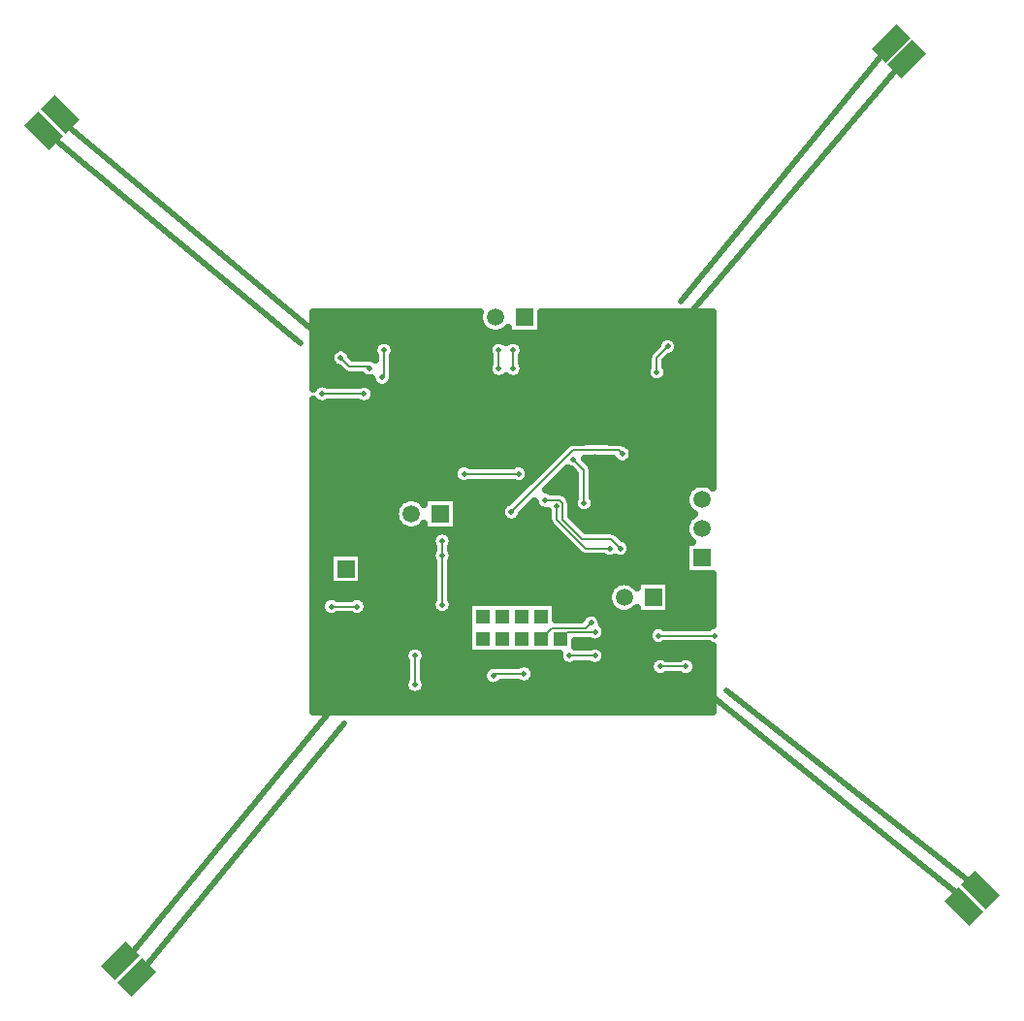
<source format=gbl>
G04 DipTrace 3.2.0.1*
G04 Rev1.3.gbl*
%MOIN*%
G04 #@! TF.FileFunction,Copper,L2,Bot*
G04 #@! TF.Part,Single*
%AMOUTLINE6*
4,1,4,
0.017399,0.066117,
0.066117,0.017399,
-0.017399,-0.066117,
-0.066117,-0.017399,
0.017399,0.066117,
0*%
%AMOUTLINE9*
4,1,4,
-0.066117,0.017399,
-0.017399,0.066117,
0.066117,-0.017399,
0.017399,-0.066117,
-0.066117,0.017399,
0*%
G04 #@! TA.AperFunction,Conductor*
%ADD13C,0.006*%
%ADD14C,0.02*%
G04 #@! TA.AperFunction,CopperBalancing*
%ADD16C,0.025*%
G04 #@! TA.AperFunction,ComponentPad*
%ADD21R,0.059055X0.059055*%
%ADD22C,0.059055*%
%ADD33R,0.047244X0.047244*%
G04 #@! TA.AperFunction,ViaPad*
%ADD36C,0.019*%
%ADD79OUTLINE6*%
%ADD82OUTLINE9*%
%FSLAX26Y26*%
G04*
G70*
G90*
G75*
G01*
G04 Bottom*
%LPD*%
X992650Y776114D2*
D13*
X983249Y785514D1*
Y788354D1*
X3884227Y977978D2*
X3883249Y977000D1*
X3690945Y3887795D2*
X3687106D1*
X3686878Y3888024D1*
X2607677Y2520177D2*
X2617052Y2529552D1*
X2413919Y2357675D2*
Y2370177D1*
X983249Y788354D2*
X992403Y779201D1*
D14*
X1732677Y1682677D1*
X3686878Y3888024D2*
Y3894626D1*
X2901428Y2970177D1*
X3883249Y977000D2*
X3897441Y991192D1*
X2957677Y1745177D1*
X2495160Y1976465D2*
D13*
X2497661D1*
X2495160Y1973963D1*
X2511407D1*
X2513908Y1976465D1*
X2149572Y2534530D2*
X2145197Y2538906D1*
X777559Y3690945D2*
Y3696197D1*
X774378Y3699378D1*
X2082703Y2726386D2*
X2282677D1*
X2020210D2*
X2098298Y2648298D1*
X774378Y3699378D2*
D14*
X764634Y3689634D1*
X1726428Y2888928D1*
X3063927Y1720177D2*
X3938927Y1032677D1*
X2282677Y2826428D2*
D13*
Y2888928D1*
X2332677Y2826428D2*
Y2888927D1*
X2370177Y1776428D2*
X2270177D1*
X2263927Y1770177D1*
X2838927Y1801428D2*
X2926427D1*
X2576402Y2363924D2*
Y2476451D1*
X2538927Y2513927D1*
X2826427Y2813927D2*
Y2863927D1*
X2863927Y2901427D1*
X1838928Y2826428D2*
Y2832677D1*
X1770177D1*
X1740404Y2862450D1*
X1751428Y1607677D2*
D14*
X1038927Y732677D1*
X1601428Y2913927D2*
X721654Y3643701D1*
X718701D1*
X2907677Y3057677D2*
X3631201Y3943701D1*
X1995177Y1838928D2*
D13*
Y1738928D1*
X2526427Y1838928D2*
X2613927D1*
X2832677Y1907677D2*
X3026427D1*
X1707678Y2007676D2*
X1795177D1*
X1888927Y2888928D2*
Y2801427D1*
X1882677Y2795177D1*
X1820177Y2738928D2*
X1676428D1*
X2357675Y1976465D2*
X2358801D1*
X2361302Y1973963D1*
X2163945Y2463913D2*
X2351244D1*
X2442118Y2373039D2*
X2492294D1*
X2501409Y2363924D1*
Y2307680D1*
X2570152Y2238937D1*
X2670142D1*
X2701388Y2207690D1*
X2613898Y1920220D2*
X2520157D1*
X2495160Y1895223D1*
X2428231D2*
Y1897037D1*
X2463913Y1932719D1*
X2582651D1*
X2601399Y1951467D1*
X2663892Y2207690D2*
X2582651D1*
X2482661Y2307680D1*
Y2351425D1*
X2088927Y2232714D2*
Y2182677D1*
Y2013927D1*
X2326427Y2332676D2*
X2538928Y2545177D1*
X2695177D1*
X2707677Y2532677D1*
D36*
X992650Y776114D3*
X3884227Y977978D3*
X3690945Y3887795D3*
X2607677Y2520177D3*
X2413919Y2357675D3*
X2495160Y1976465D3*
X2149572Y2534530D3*
X777559Y3690945D3*
X2082703Y2726386D3*
X2020210D3*
X3063927Y1720177D3*
X2282677Y2826428D3*
Y2888928D3*
X2332677Y2826428D3*
Y2888927D3*
X2370177Y1776428D3*
X2263927Y1770177D3*
X2838927Y1801428D3*
X2926427D3*
X2576402Y2363924D3*
X2538927Y2513927D3*
X2826427Y2813927D3*
X2863927Y2901427D3*
X1838928Y2826428D3*
X1740404Y2862450D3*
X1751428Y1607677D3*
X1601428Y2913927D3*
X2907677Y3057677D3*
X1995177Y1838928D3*
Y1738928D3*
X2526427Y1838928D3*
X2613927D3*
X2832677Y1907677D3*
X3026427D3*
X1707678Y2007676D3*
X1795177D3*
X1888927Y2888928D3*
X1882677Y2795177D3*
X1820177Y2738928D3*
X1676428D3*
X2357675Y1976465D3*
X2163945Y2463913D3*
X2351244D3*
X2701388Y2207690D3*
X2613898Y1920220D3*
X2442118Y2373039D3*
X2601399Y1951467D3*
X2663892Y2207690D3*
X2482661Y2351425D3*
X2088927Y2232714D3*
Y2013927D3*
Y2182677D3*
X2326427Y2332676D3*
X2707677Y2532677D3*
X2182693Y2282682D3*
X2263934Y2301430D3*
X1647696Y2995308D2*
D16*
X2213936D1*
X2430580D2*
X3017669D1*
X1647696Y2970440D2*
X2223230D1*
X2430580D2*
X3017669D1*
X1647696Y2945571D2*
X3017669D1*
X1647696Y2920702D2*
X1869520D1*
X1908322D2*
X2263276D1*
X2302079D2*
X2313249D1*
X2352066D2*
X2831035D1*
X2896824D2*
X3017669D1*
X1647696Y2895833D2*
X1724440D1*
X1756353D2*
X1851110D1*
X1926766D2*
X2244867D1*
X2370510D2*
X2814134D1*
X2901991D2*
X3017669D1*
X1647696Y2870965D2*
X1702945D1*
X1777883D2*
X1855238D1*
X1922604D2*
X2248995D1*
X2366383D2*
X2795295D1*
X2885592D2*
X3017669D1*
X1647696Y2846096D2*
X1705852D1*
X1920917D2*
X2250035D1*
X2365307D2*
X2794434D1*
X2858428D2*
X3017669D1*
X1647696Y2821227D2*
X1737429D1*
X1920917D2*
X2244580D1*
X2370798D2*
X2788693D1*
X2864169D2*
X3017669D1*
X1647696Y2796358D2*
X1816661D1*
X1921133D2*
X2260406D1*
X2354972D2*
X2792496D1*
X2860329D2*
X3017669D1*
X1647696Y2771490D2*
X1658576D1*
X1694273D2*
X1802344D1*
X1838025D2*
X1853084D1*
X1912269D2*
X3017669D1*
X1857833Y2746621D2*
X3017669D1*
X1854316Y2721752D2*
X3017669D1*
X1647696Y2696883D2*
X3017669D1*
X1647696Y2672014D2*
X3017669D1*
X1647696Y2647146D2*
X3017669D1*
X1647696Y2622277D2*
X3017669D1*
X1647696Y2597408D2*
X3017669D1*
X1647696Y2572539D2*
X2525411D1*
X2708682D2*
X3017669D1*
X1647696Y2547671D2*
X2497205D1*
X2742881D2*
X3017669D1*
X1647696Y2522802D2*
X2472337D1*
X2744782D2*
X3017669D1*
X1647696Y2497933D2*
X2149703D1*
X2178207D2*
X2336983D1*
X2365487D2*
X2447470D1*
X2599129D2*
X2695789D1*
X2719555D2*
X3017669D1*
X1647696Y2473064D2*
X2126629D1*
X2388560D2*
X2422602D1*
X2511033D2*
X2535566D1*
X2608387D2*
X3017669D1*
X1647696Y2448196D2*
X2129070D1*
X2386119D2*
X2397735D1*
X2486165D2*
X2544392D1*
X2608387D2*
X3017669D1*
X1647696Y2423327D2*
X2372866D1*
X2461298D2*
X2544392D1*
X2608387D2*
X2951104D1*
X1647696Y2398458D2*
X2347999D1*
X2509741D2*
X2544392D1*
X2608387D2*
X2928820D1*
X1647696Y2373589D2*
X1949971D1*
X2015436D2*
X2024164D1*
X2141210D2*
X2323131D1*
X2613554D2*
X2923797D1*
X1647696Y2348720D2*
X1928799D1*
X2141210D2*
X2291697D1*
X2386694D2*
X2413093D1*
X2533388D2*
X2541262D1*
X2611508D2*
X2930399D1*
X1647696Y2323852D2*
X1924243D1*
X2141210D2*
X2289041D1*
X2363836D2*
X2450664D1*
X2533388D2*
X2952001D1*
X1647696Y2298983D2*
X1931383D1*
X2141210D2*
X2311253D1*
X2341588D2*
X2451991D1*
X2554310D2*
X2929071D1*
X1647696Y2274114D2*
X1960163D1*
X2005245D2*
X2024180D1*
X2141210D2*
X2472014D1*
X2579177D2*
X2923761D1*
X1647696Y2249245D2*
X2054466D1*
X2123412D2*
X2496882D1*
X2704054D2*
X2930148D1*
X1647696Y2224377D2*
X2051416D1*
X2126427D2*
X2521751D1*
X2735776D2*
X2923761D1*
X1647696Y2199508D2*
X2054610D1*
X2123232D2*
X2546618D1*
X2738933D2*
X2923761D1*
X1647696Y2174639D2*
X1699070D1*
X1816100D2*
X2051344D1*
X2126497D2*
X2647130D1*
X2718121D2*
X2923761D1*
X1647696Y2149770D2*
X1699070D1*
X1816100D2*
X2056942D1*
X2120936D2*
X2923761D1*
X1647696Y2124902D2*
X1699070D1*
X1816100D2*
X2056942D1*
X2120936D2*
X2923761D1*
X1647696Y2100033D2*
X1699070D1*
X1816100D2*
X2056942D1*
X2120936D2*
X3017669D1*
X1647696Y2075164D2*
X2056942D1*
X2120936D2*
X2668623D1*
X2872387D2*
X3017669D1*
X1647696Y2050295D2*
X2056942D1*
X2120936D2*
X2656531D1*
X2872387D2*
X3017669D1*
X1647696Y2025427D2*
X1673878D1*
X1828982D2*
X2052314D1*
X2125529D2*
X2657033D1*
X2872387D2*
X3017669D1*
X1647696Y2000558D2*
X1669895D1*
X1832965D2*
X2052995D1*
X2124848D2*
X2174822D1*
X2480854D2*
X2670597D1*
X2872387D2*
X3017669D1*
X1647696Y1975689D2*
X1688663D1*
X1726676D2*
X1776184D1*
X1814161D2*
X2174822D1*
X2480854D2*
X2572276D1*
X2630528D2*
X3017669D1*
X1647696Y1950820D2*
X2174822D1*
X2639892D2*
X3017669D1*
X1647696Y1925951D2*
X2174822D1*
X2651915D2*
X2799171D1*
X1647696Y1901083D2*
X2174822D1*
X2646890D2*
X2794793D1*
X1647696Y1876214D2*
X2174822D1*
X2547778D2*
X2812699D1*
X2852650D2*
X3006438D1*
X1647696Y1851345D2*
X1958907D1*
X2031476D2*
X2174822D1*
X2650192D2*
X3017669D1*
X1647696Y1826476D2*
X1958907D1*
X2031441D2*
X2490172D1*
X2650192D2*
X2810581D1*
X2954777D2*
X3017669D1*
X1647696Y1801608D2*
X1963177D1*
X2027171D2*
X2243899D1*
X2398392D2*
X2800427D1*
X2964932D2*
X3017669D1*
X1647696Y1776739D2*
X1963177D1*
X2027171D2*
X2226029D1*
X2408655D2*
X2810223D1*
X2955100D2*
X3017669D1*
X1647696Y1751870D2*
X1959087D1*
X2031261D2*
X2230442D1*
X2399003D2*
X3017669D1*
X1647696Y1727001D2*
X1958727D1*
X2031619D2*
X3017669D1*
X1647696Y1702133D2*
X3017669D1*
X1647696Y1677264D2*
X3017669D1*
X1647696Y1652395D2*
X3017669D1*
X2935450Y2231217D2*
X2947615D1*
X2942672Y2235585D1*
X2936962Y2242269D1*
X2932370Y2249765D1*
X2929005Y2257886D1*
X2926954Y2266433D1*
X2926264Y2275197D1*
X2926954Y2283961D1*
X2929005Y2292508D1*
X2932370Y2300629D1*
X2936962Y2308125D1*
X2942672Y2314808D1*
X2949356Y2320518D1*
X2957022Y2325190D1*
X2949356Y2329875D1*
X2942672Y2335585D1*
X2936962Y2342269D1*
X2932370Y2349765D1*
X2929005Y2357886D1*
X2926954Y2366433D1*
X2926264Y2375197D1*
X2926954Y2383961D1*
X2929005Y2392508D1*
X2932370Y2400629D1*
X2936962Y2408125D1*
X2942672Y2414808D1*
X2949356Y2420518D1*
X2956852Y2425110D1*
X2964972Y2428475D1*
X2973520Y2430526D1*
X2982283Y2431217D1*
X2991047Y2430526D1*
X2999594Y2428475D1*
X3007715Y2425110D1*
X3015211Y2420518D1*
X3020167Y2416407D1*
X3020177Y3020211D1*
X2428064Y3020177D1*
X2428067Y2945949D1*
X2316028D1*
Y2967299D1*
X2311659Y2962357D1*
X2304975Y2956647D1*
X2297479Y2952055D1*
X2289358Y2948690D1*
X2280811Y2946639D1*
X2272047Y2945949D1*
X2263283Y2946639D1*
X2254736Y2948690D1*
X2246615Y2952055D1*
X2239119Y2956647D1*
X2232436Y2962357D1*
X2226726Y2969041D1*
X2222134Y2976537D1*
X2218769Y2984657D1*
X2216718Y2993205D1*
X2216028Y3001969D1*
X2216718Y3010732D1*
X2218769Y3019280D1*
X2219096Y3020167D1*
X1645143Y3020177D1*
X1645177Y2756764D1*
X1649059Y2762303D1*
X1653052Y2766297D1*
X1657622Y2769617D1*
X1662655Y2772180D1*
X1668026Y2773925D1*
X1673604Y2774808D1*
X1679252D1*
X1684829Y2773925D1*
X1690201Y2772180D1*
X1695234Y2769617D1*
X1697024Y2768420D1*
X1799546D1*
X1803837Y2770997D1*
X1809055Y2773159D1*
X1814547Y2774476D1*
X1820177Y2774920D1*
X1825807Y2774476D1*
X1831299Y2773159D1*
X1836517Y2770997D1*
X1841333Y2768046D1*
X1845627Y2764378D1*
X1849295Y2760084D1*
X1852247Y2755268D1*
X1854408Y2750050D1*
X1855726Y2744558D1*
X1856169Y2738928D1*
X1855726Y2733298D1*
X1854408Y2727806D1*
X1852247Y2722588D1*
X1849295Y2717772D1*
X1845627Y2713478D1*
X1841333Y2709810D1*
X1836517Y2706858D1*
X1831299Y2704697D1*
X1825807Y2703379D1*
X1820177Y2702936D1*
X1814547Y2703379D1*
X1809055Y2704697D1*
X1803837Y2706858D1*
X1799581Y2709436D1*
X1697059D1*
X1692768Y2706858D1*
X1687550Y2704697D1*
X1682058Y2703379D1*
X1676428Y2702936D1*
X1670798Y2703379D1*
X1665306Y2704697D1*
X1660088Y2706858D1*
X1655272Y2709810D1*
X1650978Y2713478D1*
X1647310Y2717772D1*
X1645173Y2721134D1*
X1645177Y1645143D1*
X3020211Y1645177D1*
X3020177Y1872205D1*
X3015304Y1873446D1*
X3010087Y1875608D1*
X3005831Y1878185D1*
X2853285D1*
X2849017Y1875608D1*
X2843799Y1873446D1*
X2838307Y1872129D1*
X2832677Y1871685D1*
X2827047Y1872129D1*
X2821555Y1873446D1*
X2816337Y1875608D1*
X2811521Y1878559D1*
X2807227Y1882227D1*
X2803559Y1886521D1*
X2800608Y1891337D1*
X2798446Y1896555D1*
X2797129Y1902047D1*
X2796685Y1907677D1*
X2797129Y1913307D1*
X2798446Y1918799D1*
X2800608Y1924017D1*
X2803559Y1928833D1*
X2807227Y1933127D1*
X2811521Y1936795D1*
X2816337Y1939747D1*
X2821555Y1941908D1*
X2827047Y1943226D1*
X2832677Y1943669D1*
X2838307Y1943226D1*
X2843799Y1941908D1*
X2849017Y1939747D1*
X2853273Y1937169D1*
X3005819D1*
X3010087Y1939747D1*
X3015304Y1941908D1*
X3020178Y1943104D1*
X3020177Y2119159D1*
X2926264Y2119177D1*
Y2231217D1*
X2935450D1*
X2767043Y2094978D2*
X2869896D1*
Y1982938D1*
X2757857D1*
Y2004290D1*
X2753488Y1999346D1*
X2746804Y1993636D1*
X2739308Y1989045D1*
X2731188Y1985680D1*
X2722640Y1983629D1*
X2713877Y1982938D1*
X2705113Y1983629D1*
X2696566Y1985680D1*
X2688445Y1989045D1*
X2680949Y1993636D1*
X2674265Y1999346D1*
X2668555Y2006030D1*
X2663963Y2013526D1*
X2660598Y2021647D1*
X2658547Y2030194D1*
X2657857Y2038958D1*
X2658547Y2047722D1*
X2660598Y2056269D1*
X2663963Y2064390D1*
X2668555Y2071886D1*
X2674265Y2078570D1*
X2680949Y2084280D1*
X2688445Y2088871D1*
X2696566Y2092236D1*
X2705113Y2094287D1*
X2713877Y2094978D1*
X2722640Y2094287D1*
X2731188Y2092236D1*
X2739308Y2088871D1*
X2746804Y2084280D1*
X2753488Y2078570D1*
X2757846Y2073600D1*
X2757857Y2094978D1*
X2767043D1*
X2035870Y2382448D2*
X2138723D1*
Y2270408D1*
X2026684D1*
Y2291759D1*
X2022315Y2286816D1*
X2015631Y2281106D1*
X2008135Y2276514D1*
X2000014Y2273150D1*
X1991467Y2271098D1*
X1982703Y2270408D1*
X1973940Y2271098D1*
X1965392Y2273150D1*
X1957272Y2276514D1*
X1949776Y2281106D1*
X1943092Y2286816D1*
X1937382Y2293500D1*
X1932790Y2300996D1*
X1929425Y2309117D1*
X1927374Y2317664D1*
X1926684Y2326428D1*
X1927374Y2335192D1*
X1929425Y2343739D1*
X1932790Y2351860D1*
X1937382Y2359356D1*
X1943092Y2366039D1*
X1949776Y2371749D1*
X1957272Y2376341D1*
X1965392Y2379706D1*
X1973940Y2381757D1*
X1982703Y2382448D1*
X1991467Y2381757D1*
X2000014Y2379706D1*
X2008135Y2376341D1*
X2015631Y2371749D1*
X2022315Y2366039D1*
X2026673Y2361070D1*
X2026684Y2382448D1*
X2035870D1*
X2545274Y1890757D2*
Y1869585D1*
X2553986Y1868420D1*
X2593278D1*
X2597587Y1870997D1*
X2602804Y1873159D1*
X2608297Y1874476D1*
X2613927Y1874920D1*
X2619556Y1874476D1*
X2625049Y1873159D1*
X2630266Y1870997D1*
X2635083Y1868046D1*
X2639377Y1864378D1*
X2643045Y1860084D1*
X2645996Y1855268D1*
X2648157Y1850050D1*
X2649475Y1844558D1*
X2649919Y1838928D1*
X2649475Y1833298D1*
X2648157Y1827806D1*
X2645996Y1822588D1*
X2643045Y1817772D1*
X2639377Y1813478D1*
X2635083Y1809810D1*
X2630266Y1806858D1*
X2625049Y1804697D1*
X2619556Y1803379D1*
X2613927Y1802936D1*
X2608297Y1803379D1*
X2602804Y1804697D1*
X2597587Y1806858D1*
X2593331Y1809436D1*
X2547075D1*
X2542766Y1806858D1*
X2537549Y1804697D1*
X2532056Y1803379D1*
X2526427Y1802936D1*
X2520797Y1803379D1*
X2515304Y1804697D1*
X2510087Y1806858D1*
X2505270Y1809810D1*
X2500976Y1813478D1*
X2497308Y1817772D1*
X2494357Y1822588D1*
X2492196Y1827806D1*
X2490878Y1833298D1*
X2490434Y1838928D1*
X2490987Y1845110D1*
X2177329Y1845109D1*
Y2024077D1*
X2478345D1*
Y1962177D1*
X2567080Y1962211D1*
X2569329Y1967807D1*
X2572281Y1972623D1*
X2575949Y1976917D1*
X2580243Y1980585D1*
X2585059Y1983537D1*
X2590277Y1985698D1*
X2595769Y1987016D1*
X2601399Y1987459D1*
X2607029Y1987016D1*
X2612521Y1985698D1*
X2617739Y1983537D1*
X2622555Y1980585D1*
X2626849Y1976917D1*
X2630517Y1972623D1*
X2633469Y1967807D1*
X2635630Y1962589D1*
X2636948Y1957097D1*
X2637391Y1951467D1*
X2637273Y1947589D1*
X2641266Y1943596D1*
X2644587Y1939026D1*
X2647150Y1933993D1*
X2648895Y1928622D1*
X2649778Y1923045D1*
Y1917396D1*
X2648895Y1911819D1*
X2647150Y1906448D1*
X2644587Y1901415D1*
X2641266Y1896845D1*
X2637273Y1892852D1*
X2632703Y1889531D1*
X2627671Y1886969D1*
X2622299Y1885223D1*
X2616722Y1884340D1*
X2611073D1*
X2605496Y1885223D1*
X2600125Y1886969D1*
X2595092Y1889531D1*
X2593302Y1890728D1*
X2545251D1*
X1710745Y2193815D2*
X1813598D1*
Y2081776D1*
X1701559D1*
Y2193815D1*
X1710745D1*
X2253185Y2847062D2*
Y2868304D1*
X2250608Y2872588D1*
X2248446Y2877806D1*
X2247129Y2883298D1*
X2246685Y2888928D1*
X2247129Y2894558D1*
X2248446Y2900050D1*
X2250608Y2905268D1*
X2253559Y2910084D1*
X2257227Y2914378D1*
X2261521Y2918046D1*
X2266337Y2920997D1*
X2271555Y2923159D1*
X2277047Y2924476D1*
X2282677Y2924920D1*
X2288307Y2924476D1*
X2293799Y2923159D1*
X2299017Y2920997D1*
X2303833Y2918046D1*
X2307665Y2914806D1*
X2311521Y2918045D1*
X2316337Y2920996D1*
X2321555Y2923157D1*
X2327047Y2924475D1*
X2332677Y2924919D1*
X2338307Y2924475D1*
X2343799Y2923157D1*
X2349017Y2920996D1*
X2353833Y2918045D1*
X2358127Y2914377D1*
X2361795Y2910083D1*
X2364747Y2905266D1*
X2366908Y2900049D1*
X2368226Y2894556D1*
X2368669Y2888927D1*
X2368226Y2883297D1*
X2366908Y2877804D1*
X2364747Y2872587D1*
X2362169Y2868331D1*
Y2847050D1*
X2364747Y2842768D1*
X2366908Y2837550D1*
X2368226Y2832058D1*
X2368669Y2826428D1*
X2368226Y2820798D1*
X2366908Y2815306D1*
X2364747Y2810088D1*
X2361795Y2805272D1*
X2358127Y2800978D1*
X2353833Y2797310D1*
X2349017Y2794358D1*
X2343799Y2792197D1*
X2338307Y2790879D1*
X2332677Y2790436D1*
X2327047Y2790879D1*
X2321555Y2792197D1*
X2316337Y2794358D1*
X2311521Y2797310D1*
X2307689Y2800550D1*
X2303833Y2797310D1*
X2299017Y2794358D1*
X2293799Y2792197D1*
X2288307Y2790879D1*
X2282677Y2790436D1*
X2277047Y2790879D1*
X2271555Y2792197D1*
X2266337Y2794358D1*
X2261521Y2797310D1*
X2257227Y2800978D1*
X2253559Y2805272D1*
X2250608Y2810088D1*
X2248446Y2815306D1*
X2247129Y2820798D1*
X2246685Y2826428D1*
X2247129Y2832058D1*
X2248446Y2837550D1*
X2250608Y2842768D1*
X2253185Y2847024D1*
X2349543Y1746936D2*
X2291295Y1746802D1*
X2287302Y1742808D1*
X2282732Y1739488D1*
X2277699Y1736925D1*
X2272328Y1735180D1*
X2266751Y1734297D1*
X2261102D1*
X2255525Y1735180D1*
X2250154Y1736925D1*
X2245121Y1739488D1*
X2240551Y1742808D1*
X2236558Y1746802D1*
X2233238Y1751371D1*
X2230675Y1756404D1*
X2228929Y1761776D1*
X2228046Y1767353D1*
Y1773001D1*
X2228929Y1778579D1*
X2230675Y1783950D1*
X2233238Y1788983D1*
X2236558Y1793552D1*
X2240551Y1797546D1*
X2245121Y1800866D1*
X2250154Y1803429D1*
X2255525Y1805175D1*
X2261102Y1806058D1*
X2266751D1*
X2279364Y1805920D1*
X2349517D1*
X2353837Y1808497D1*
X2359055Y1810659D1*
X2364547Y1811976D1*
X2370177Y1812420D1*
X2375807Y1811976D1*
X2381299Y1810659D1*
X2386517Y1808497D1*
X2391333Y1805546D1*
X2395627Y1801878D1*
X2399295Y1797584D1*
X2402247Y1792768D1*
X2404408Y1787550D1*
X2405726Y1782058D1*
X2406169Y1776428D1*
X2405726Y1770798D1*
X2404408Y1765306D1*
X2402247Y1760088D1*
X2399295Y1755272D1*
X2395627Y1750978D1*
X2391333Y1747310D1*
X2386517Y1744358D1*
X2381299Y1742197D1*
X2375807Y1740879D1*
X2370177Y1740436D1*
X2364547Y1740879D1*
X2359055Y1742197D1*
X2353837Y1744358D1*
X2349581Y1746936D1*
X2859560Y1830920D2*
X2905778D1*
X2910087Y1833497D1*
X2915304Y1835659D1*
X2920797Y1836976D1*
X2926427Y1837420D1*
X2932056Y1836976D1*
X2937549Y1835659D1*
X2942766Y1833497D1*
X2947583Y1830546D1*
X2951877Y1826878D1*
X2955545Y1822584D1*
X2958496Y1817768D1*
X2960657Y1812550D1*
X2961975Y1807058D1*
X2962419Y1801428D1*
X2961975Y1795798D1*
X2960657Y1790306D1*
X2958496Y1785088D1*
X2955545Y1780272D1*
X2951877Y1775978D1*
X2947583Y1772310D1*
X2942766Y1769358D1*
X2937549Y1767197D1*
X2932056Y1765879D1*
X2926427Y1765436D1*
X2920797Y1765879D1*
X2915304Y1767197D1*
X2910087Y1769358D1*
X2905831Y1771936D1*
X2859575D1*
X2855266Y1769358D1*
X2850049Y1767197D1*
X2844556Y1765879D1*
X2838927Y1765436D1*
X2833297Y1765879D1*
X2827804Y1767197D1*
X2822587Y1769358D1*
X2817770Y1772310D1*
X2813476Y1775978D1*
X2809808Y1780272D1*
X2806857Y1785088D1*
X2804696Y1790306D1*
X2803378Y1795798D1*
X2802934Y1801428D1*
X2803378Y1807058D1*
X2804696Y1812550D1*
X2806857Y1817768D1*
X2809808Y1822584D1*
X2813476Y1826878D1*
X2817770Y1830546D1*
X2822587Y1833497D1*
X2827804Y1835659D1*
X2833297Y1836976D1*
X2838927Y1837420D1*
X2844556Y1836976D1*
X2850049Y1835659D1*
X2855266Y1833497D1*
X2859522Y1830920D1*
X2546909Y2384558D2*
Y2464220D1*
X2532685Y2478459D1*
X2527804Y2479696D1*
X2522587Y2481857D1*
X2519266Y2483808D1*
X2444407Y2408948D1*
X2450520Y2408037D1*
X2455891Y2406291D1*
X2460924Y2403728D1*
X2462714Y2402531D1*
X2494608Y2402441D1*
X2499178Y2401717D1*
X2503580Y2400286D1*
X2507703Y2398185D1*
X2511448Y2395466D1*
X2523836Y2383077D1*
X2526555Y2379333D1*
X2528656Y2375210D1*
X2530087Y2370808D1*
X2530811Y2366238D1*
X2530902Y2319894D1*
X2582374Y2268423D1*
X2672455Y2268339D1*
X2677026Y2267614D1*
X2681428Y2266184D1*
X2685551Y2264083D1*
X2689295Y2261364D1*
X2707667Y2243121D1*
X2712510Y2241921D1*
X2717728Y2239760D1*
X2722545Y2236808D1*
X2726839Y2233140D1*
X2730507Y2228846D1*
X2733458Y2224030D1*
X2735619Y2218812D1*
X2736937Y2213320D1*
X2737381Y2207690D1*
X2736937Y2202060D1*
X2735619Y2196568D1*
X2733458Y2191350D1*
X2730507Y2186534D1*
X2726839Y2182240D1*
X2722545Y2178572D1*
X2717728Y2175621D1*
X2712510Y2173459D1*
X2707018Y2172142D1*
X2701388Y2171698D1*
X2695759Y2172142D1*
X2690266Y2173459D1*
X2685049Y2175621D1*
X2682650Y2176965D1*
X2677665Y2174438D1*
X2672294Y2172693D1*
X2666717Y2171810D1*
X2661068D1*
X2655491Y2172693D1*
X2650119Y2174438D1*
X2645087Y2177001D1*
X2643297Y2178198D1*
X2580337Y2178289D1*
X2575766Y2179013D1*
X2571365Y2180444D1*
X2567241Y2182545D1*
X2563497Y2185264D1*
X2503335Y2245298D1*
X2460235Y2288526D1*
X2457516Y2292270D1*
X2455415Y2296394D1*
X2453984Y2300795D1*
X2453260Y2305366D1*
X2453169Y2330825D1*
X2450592Y2335085D1*
X2449360Y2337786D1*
X2444942Y2337159D1*
X2439294D1*
X2433717Y2338042D1*
X2428345Y2339787D1*
X2423312Y2342350D1*
X2418743Y2345671D1*
X2414749Y2349664D1*
X2411429Y2354234D1*
X2408866Y2359266D1*
X2407121Y2364638D1*
X2406215Y2370756D1*
X2361891Y2326432D1*
X2360657Y2321554D1*
X2358496Y2316336D1*
X2355545Y2311520D1*
X2351877Y2307226D1*
X2347583Y2303558D1*
X2342766Y2300606D1*
X2337549Y2298445D1*
X2332056Y2297127D1*
X2326427Y2296684D1*
X2320797Y2297127D1*
X2315304Y2298445D1*
X2310087Y2300606D1*
X2305270Y2303558D1*
X2300976Y2307226D1*
X2297308Y2311520D1*
X2294357Y2316336D1*
X2292196Y2321554D1*
X2290878Y2327046D1*
X2290434Y2332676D1*
X2290878Y2338306D1*
X2292196Y2343798D1*
X2294357Y2349016D1*
X2297308Y2353832D1*
X2300976Y2358126D1*
X2305270Y2361794D1*
X2310087Y2364745D1*
X2315304Y2366907D1*
X2320135Y2368093D1*
X2519774Y2567604D1*
X2523518Y2570323D1*
X2527642Y2572424D1*
X2532043Y2573854D1*
X2536614Y2574579D1*
X2621605Y2574669D1*
X2697491Y2574579D1*
X2702062Y2573854D1*
X2706463Y2572424D1*
X2710587Y2570323D1*
X2712520Y2569031D1*
X2721450Y2565929D1*
X2726483Y2563366D1*
X2731052Y2560046D1*
X2735046Y2556052D1*
X2738366Y2551483D1*
X2740929Y2546450D1*
X2742675Y2541079D1*
X2743558Y2535501D1*
Y2529853D1*
X2742675Y2524276D1*
X2740929Y2518904D1*
X2738366Y2513871D1*
X2735046Y2509302D1*
X2731052Y2505308D1*
X2726483Y2501988D1*
X2721450Y2499425D1*
X2716079Y2497680D1*
X2710501Y2496797D1*
X2704853D1*
X2699276Y2497680D1*
X2693904Y2499425D1*
X2688871Y2501988D1*
X2684302Y2505308D1*
X2680308Y2509302D1*
X2676988Y2513871D1*
X2675970Y2515692D1*
X2578877Y2515685D1*
X2598828Y2495605D1*
X2601547Y2491861D1*
X2603648Y2487738D1*
X2605079Y2483336D1*
X2605803Y2478765D1*
X2605894Y2393774D1*
Y2384552D1*
X2608471Y2380264D1*
X2610633Y2375046D1*
X2611950Y2369554D1*
X2612394Y2363924D1*
X2611950Y2358294D1*
X2610633Y2352802D1*
X2608471Y2347584D1*
X2605520Y2342768D1*
X2601852Y2338474D1*
X2597558Y2334806D1*
X2592741Y2331854D1*
X2587524Y2329693D1*
X2582031Y2328375D1*
X2576402Y2327932D1*
X2570772Y2328375D1*
X2565280Y2329693D1*
X2560062Y2331854D1*
X2555245Y2334806D1*
X2550951Y2338474D1*
X2547283Y2342768D1*
X2544332Y2347584D1*
X2542171Y2352802D1*
X2540853Y2358294D1*
X2540409Y2363924D1*
X2540853Y2369554D1*
X2542171Y2375046D1*
X2544332Y2380264D1*
X2546909Y2384520D1*
X2796934Y2834560D2*
X2797025Y2866240D1*
X2797749Y2870811D1*
X2799180Y2875213D1*
X2801281Y2879336D1*
X2804000Y2883080D1*
X2828486Y2907693D1*
X2829696Y2912549D1*
X2831857Y2917766D1*
X2834808Y2922583D1*
X2838476Y2926877D1*
X2842770Y2930545D1*
X2847587Y2933496D1*
X2852804Y2935657D1*
X2858297Y2936975D1*
X2863927Y2937419D1*
X2869556Y2936975D1*
X2875049Y2935657D1*
X2880266Y2933496D1*
X2885083Y2930545D1*
X2889377Y2926877D1*
X2893045Y2922583D1*
X2895996Y2917766D1*
X2898157Y2912549D1*
X2899475Y2907056D1*
X2899919Y2901427D1*
X2899475Y2895797D1*
X2898157Y2890304D1*
X2895996Y2885087D1*
X2893045Y2880270D1*
X2889377Y2875976D1*
X2885083Y2872308D1*
X2880266Y2869357D1*
X2875049Y2867196D1*
X2870218Y2866009D1*
X2855930Y2851722D1*
X2855919Y2834537D1*
X2858496Y2830266D1*
X2860657Y2825049D1*
X2861975Y2819556D1*
X2862419Y2813927D1*
X2861975Y2808297D1*
X2860657Y2802804D1*
X2858496Y2797587D1*
X2855545Y2792770D1*
X2851877Y2788476D1*
X2847583Y2784808D1*
X2842766Y2781857D1*
X2837549Y2779696D1*
X2832056Y2778378D1*
X2826427Y2777934D1*
X2820797Y2778378D1*
X2815304Y2779696D1*
X2810087Y2781857D1*
X2805270Y2784808D1*
X2800976Y2788476D1*
X2797308Y2792770D1*
X2794357Y2797587D1*
X2792196Y2802804D1*
X2790878Y2808297D1*
X2790434Y2813927D1*
X2790878Y2819556D1*
X2792196Y2825049D1*
X2794357Y2830266D1*
X2796934Y2834522D1*
X1811476Y2803185D2*
X1767864Y2803276D1*
X1763293Y2804000D1*
X1758891Y2805430D1*
X1754768Y2807531D1*
X1751024Y2810251D1*
X1734125Y2827022D1*
X1729282Y2828219D1*
X1724064Y2830381D1*
X1719248Y2833332D1*
X1714954Y2837000D1*
X1711286Y2841294D1*
X1708335Y2846110D1*
X1706173Y2851328D1*
X1704856Y2856820D1*
X1704412Y2862450D1*
X1704856Y2868080D1*
X1706173Y2873572D1*
X1708335Y2878790D1*
X1711286Y2883606D1*
X1714954Y2887900D1*
X1719248Y2891568D1*
X1724064Y2894520D1*
X1729282Y2896681D1*
X1734774Y2897999D1*
X1740404Y2898442D1*
X1746034Y2897999D1*
X1751526Y2896681D1*
X1756744Y2894520D1*
X1761560Y2891568D1*
X1765854Y2887900D1*
X1769522Y2883606D1*
X1772474Y2878790D1*
X1774635Y2873572D1*
X1775822Y2868741D1*
X1782395Y2862168D1*
X1836104Y2862308D1*
X1841752D1*
X1847329Y2861425D1*
X1852701Y2859680D1*
X1857734Y2857117D1*
X1859432Y2855982D1*
X1859434Y2868278D1*
X1856857Y2872588D1*
X1854696Y2877806D1*
X1853378Y2883298D1*
X1852934Y2888928D1*
X1853378Y2894558D1*
X1854696Y2900050D1*
X1856857Y2905268D1*
X1859808Y2910084D1*
X1863476Y2914378D1*
X1867770Y2918046D1*
X1872587Y2920997D1*
X1877804Y2923159D1*
X1883297Y2924476D1*
X1888927Y2924920D1*
X1894556Y2924476D1*
X1900049Y2923159D1*
X1905266Y2920997D1*
X1910083Y2918046D1*
X1914377Y2914378D1*
X1918045Y2910084D1*
X1920996Y2905268D1*
X1923157Y2900050D1*
X1924475Y2894558D1*
X1924919Y2888928D1*
X1924475Y2883298D1*
X1923157Y2877806D1*
X1920996Y2872588D1*
X1918419Y2868332D1*
X1918558Y2798001D1*
Y2792353D1*
X1917675Y2786776D1*
X1915929Y2781404D1*
X1913366Y2776371D1*
X1910046Y2771802D1*
X1906052Y2767808D1*
X1901483Y2764488D1*
X1896450Y2761925D1*
X1891079Y2760180D1*
X1885501Y2759297D1*
X1879853D1*
X1874276Y2760180D1*
X1868904Y2761925D1*
X1863871Y2764488D1*
X1859302Y2767808D1*
X1855308Y2771802D1*
X1851988Y2776371D1*
X1849425Y2781404D1*
X1847680Y2786776D1*
X1846916Y2791333D1*
X1841752Y2790547D1*
X1836104D1*
X1830526Y2791430D1*
X1825155Y2793176D1*
X1820122Y2795739D1*
X1815552Y2799059D1*
X1811457Y2803182D1*
X2024669Y1818294D2*
Y1759588D1*
X2027247Y1755268D1*
X2029408Y1750050D1*
X2030726Y1744558D1*
X2031169Y1738928D1*
X2030726Y1733298D1*
X2029408Y1727806D1*
X2027247Y1722588D1*
X2024295Y1717772D1*
X2020627Y1713478D1*
X2016333Y1709810D1*
X2011517Y1706858D1*
X2006299Y1704697D1*
X2000807Y1703379D1*
X1995177Y1702936D1*
X1989547Y1703379D1*
X1984055Y1704697D1*
X1978837Y1706858D1*
X1974021Y1709810D1*
X1969727Y1713478D1*
X1966059Y1717772D1*
X1963108Y1722588D1*
X1960946Y1727806D1*
X1959629Y1733298D1*
X1959185Y1738928D1*
X1959629Y1744558D1*
X1960946Y1750050D1*
X1963108Y1755268D1*
X1965685Y1759524D1*
Y1818268D1*
X1963108Y1822588D1*
X1960946Y1827806D1*
X1959629Y1833298D1*
X1959185Y1838928D1*
X1959629Y1844558D1*
X1960946Y1850050D1*
X1963108Y1855268D1*
X1966059Y1860084D1*
X1969727Y1864378D1*
X1974021Y1868046D1*
X1978837Y1870997D1*
X1984055Y1873159D1*
X1989547Y1874476D1*
X1995177Y1874920D1*
X2000807Y1874476D1*
X2006299Y1873159D1*
X2011517Y1870997D1*
X2016333Y1868046D1*
X2020627Y1864378D1*
X2024295Y1860084D1*
X2027247Y1855268D1*
X2029408Y1850050D1*
X2030726Y1844558D1*
X2031169Y1838928D1*
X2030726Y1833298D1*
X2029408Y1827806D1*
X2027247Y1822588D1*
X2024669Y1818332D1*
X1728312Y2037168D2*
X1774530D1*
X1778837Y2039745D1*
X1784055Y2041907D1*
X1789547Y2043224D1*
X1795177Y2043668D1*
X1800807Y2043224D1*
X1806299Y2041907D1*
X1811517Y2039745D1*
X1816333Y2036794D1*
X1820627Y2033126D1*
X1824295Y2028832D1*
X1827247Y2024016D1*
X1829408Y2018798D1*
X1830726Y2013306D1*
X1831169Y2007676D1*
X1830726Y2002046D1*
X1829408Y1996554D1*
X1827247Y1991336D1*
X1824295Y1986520D1*
X1820627Y1982226D1*
X1816333Y1978558D1*
X1811517Y1975606D1*
X1806299Y1973445D1*
X1800807Y1972127D1*
X1795177Y1971684D1*
X1789547Y1972127D1*
X1784055Y1973445D1*
X1778837Y1975606D1*
X1774581Y1978184D1*
X1728325D1*
X1724018Y1975606D1*
X1718801Y1973445D1*
X1713308Y1972127D1*
X1707678Y1971684D1*
X1702049Y1972127D1*
X1696556Y1973445D1*
X1691339Y1975606D1*
X1686522Y1978558D1*
X1682228Y1982226D1*
X1678560Y1986520D1*
X1675609Y1991336D1*
X1673448Y1996554D1*
X1672130Y2002046D1*
X1671686Y2007676D1*
X1672130Y2013306D1*
X1673448Y2018798D1*
X1675609Y2024016D1*
X1678560Y2028832D1*
X1682228Y2033126D1*
X1686522Y2036794D1*
X1691339Y2039745D1*
X1696556Y2041907D1*
X1702049Y2043224D1*
X1707678Y2043668D1*
X1713308Y2043224D1*
X1718801Y2041907D1*
X1724018Y2039745D1*
X1728274Y2037168D1*
X2184579Y2493406D2*
X2330627D1*
X2334904Y2495983D1*
X2340122Y2498144D1*
X2345614Y2499462D1*
X2351244Y2499906D1*
X2356874Y2499462D1*
X2362366Y2498144D1*
X2367584Y2495983D1*
X2372400Y2493031D1*
X2376694Y2489364D1*
X2380362Y2485070D1*
X2383314Y2480253D1*
X2385475Y2475035D1*
X2386793Y2469543D1*
X2387236Y2463913D1*
X2386793Y2458283D1*
X2385475Y2452791D1*
X2383314Y2447573D1*
X2380362Y2442757D1*
X2376694Y2438463D1*
X2372400Y2434795D1*
X2367584Y2431844D1*
X2362366Y2429682D1*
X2356874Y2428365D1*
X2351244Y2427921D1*
X2345614Y2428365D1*
X2340122Y2429682D1*
X2334904Y2431844D1*
X2330648Y2434421D1*
X2184562D1*
X2180285Y2431844D1*
X2175067Y2429682D1*
X2169575Y2428365D1*
X2163945Y2427921D1*
X2158315Y2428365D1*
X2152823Y2429682D1*
X2147605Y2431844D1*
X2142789Y2434795D1*
X2138495Y2438463D1*
X2134827Y2442757D1*
X2131875Y2447573D1*
X2129714Y2452791D1*
X2128396Y2458283D1*
X2127953Y2463913D1*
X2128396Y2469543D1*
X2129714Y2475035D1*
X2131875Y2480253D1*
X2134827Y2485070D1*
X2138495Y2489364D1*
X2142789Y2493031D1*
X2147605Y2495983D1*
X2152823Y2498144D1*
X2158315Y2499462D1*
X2163945Y2499906D1*
X2169575Y2499462D1*
X2175067Y2498144D1*
X2180285Y2495983D1*
X2184541Y2493406D1*
X2118419Y2212080D2*
Y2203324D1*
X2120996Y2199017D1*
X2123157Y2193799D1*
X2124475Y2188307D1*
X2124919Y2182677D1*
X2124475Y2177047D1*
X2123157Y2171555D1*
X2120996Y2166337D1*
X2118419Y2162081D1*
Y2034583D1*
X2120996Y2030266D1*
X2123157Y2025049D1*
X2124475Y2019556D1*
X2124919Y2013927D1*
X2124475Y2008297D1*
X2123157Y2002804D1*
X2120996Y1997587D1*
X2118045Y1992770D1*
X2114377Y1988476D1*
X2110083Y1984808D1*
X2105266Y1981857D1*
X2100049Y1979696D1*
X2094556Y1978378D1*
X2088927Y1977934D1*
X2083297Y1978378D1*
X2077804Y1979696D1*
X2072587Y1981857D1*
X2067770Y1984808D1*
X2063476Y1988476D1*
X2059808Y1992770D1*
X2056857Y1997587D1*
X2054696Y2002804D1*
X2053378Y2008297D1*
X2052934Y2013927D1*
X2053378Y2019556D1*
X2054696Y2025049D1*
X2056857Y2030266D1*
X2059434Y2034522D1*
Y2162021D1*
X2056857Y2166337D1*
X2054696Y2171555D1*
X2053378Y2177047D1*
X2052934Y2182677D1*
X2053378Y2188307D1*
X2054696Y2193799D1*
X2056857Y2199017D1*
X2059434Y2203273D1*
Y2212067D1*
X2056857Y2216374D1*
X2054696Y2221592D1*
X2053378Y2227084D1*
X2052934Y2232714D1*
X2053378Y2238344D1*
X2054696Y2243836D1*
X2056857Y2249054D1*
X2059808Y2253870D1*
X2063476Y2258164D1*
X2067770Y2261832D1*
X2072587Y2264783D1*
X2077804Y2266945D1*
X2083297Y2268262D1*
X2088927Y2268706D1*
X2094556Y2268262D1*
X2100049Y2266945D1*
X2105266Y2264783D1*
X2110083Y2261832D1*
X2114377Y2258164D1*
X2118045Y2253870D1*
X2120996Y2249054D1*
X2123157Y2243836D1*
X2124475Y2238344D1*
X2124919Y2232714D1*
X2124475Y2227084D1*
X2123157Y2221592D1*
X2120996Y2216374D1*
X2118419Y2212118D1*
D21*
X2982283Y2175197D3*
D22*
Y2275197D3*
Y2375197D3*
Y2475197D3*
D21*
X2813877Y2038958D3*
D22*
X2713877D3*
D21*
X2082703Y2326428D3*
D22*
X1982703D3*
D79*
X1038927Y732677D3*
X983249Y788354D3*
D82*
X3938927Y1032677D3*
X3883249Y977000D3*
D79*
X3631201Y3943701D3*
X3686878Y3888024D3*
D82*
X718701Y3643701D3*
X774378Y3699378D3*
D33*
X2495160Y1895223D3*
X2428231D3*
X2361302D3*
X2294373D3*
X2227444D3*
Y1973963D3*
X2294373D3*
X2361302D3*
X2428231D3*
X2495160D3*
D21*
X2372047Y3001969D3*
D22*
X2272047D3*
D21*
X1757579Y2137795D3*
D22*
X1857579D3*
M02*

</source>
